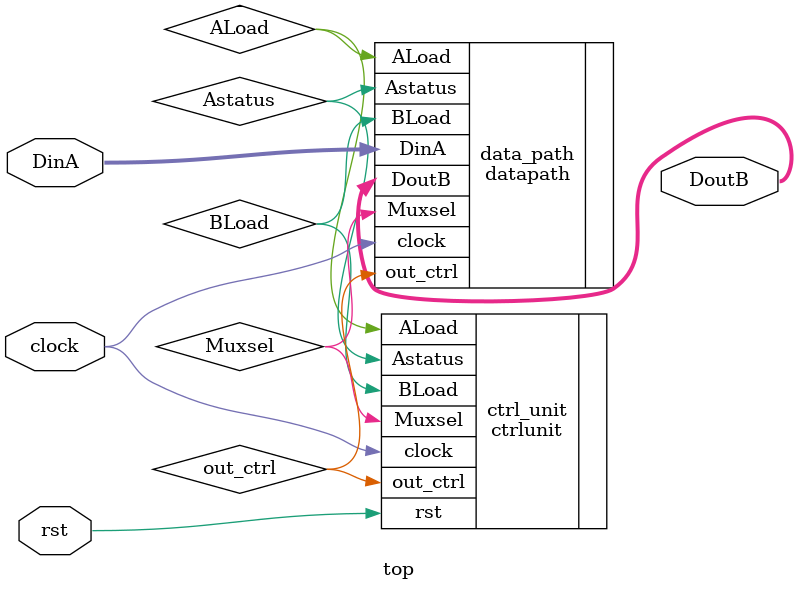
<source format=v>
`include "datapath.v"
`include "ctrlunit.v"

`timescale 1ns / 1ps

module top(
	input clock,
	input rst,
	input [3:0] DinA,
	output[3:0] DoutB
);


ctrlunit ctrl_unit(
	.clock(clock), 		//input
	.rst(rst),			//input
	.Astatus(Astatus),	//input
	.ALoad(ALoad),		//output
	.BLoad(BLoad),		//output
	.Muxsel(Muxsel),	//output
	.out_ctrl(out_ctrl)	//output
);

datapath data_path(
	.ALoad(ALoad),			//input
	.BLoad(BLoad),			//input
	.Muxsel(Muxsel),		//input
	.clock(clock),			//input
	.out_ctrl(out_ctrl),	//input
	.DinA(DinA),			//input
	.Astatus(Astatus),		//output
	.DoutB(DoutB)			//output
);

endmodule
</source>
